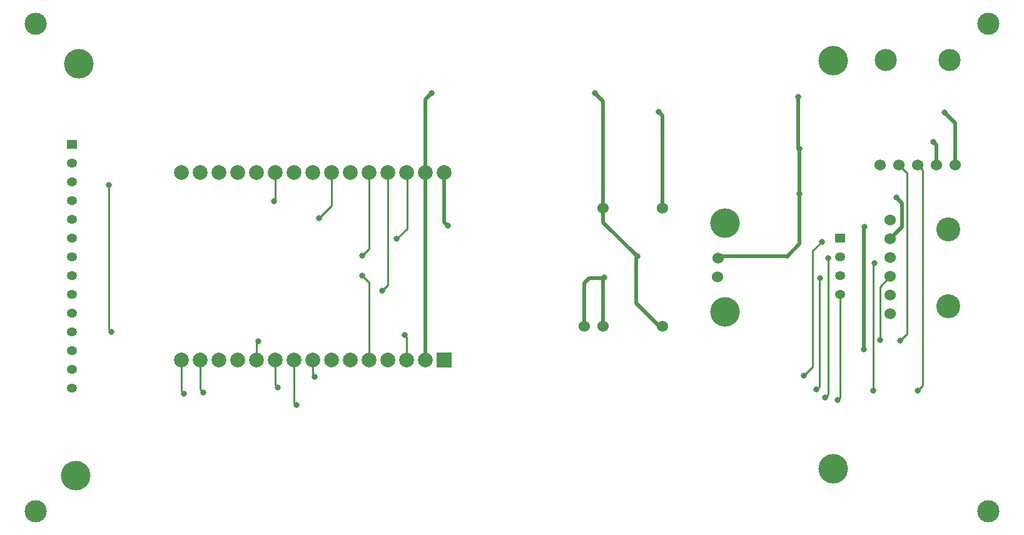
<source format=gbr>
%TF.GenerationSoftware,KiCad,Pcbnew,8.0.2*%
%TF.CreationDate,2024-10-28T21:29:39-07:00*%
%TF.ProjectId,mini_weather_monitor,6d696e69-5f77-4656-9174-6865725f6d6f,rev?*%
%TF.SameCoordinates,Original*%
%TF.FileFunction,Copper,L2,Bot*%
%TF.FilePolarity,Positive*%
%FSLAX46Y46*%
G04 Gerber Fmt 4.6, Leading zero omitted, Abs format (unit mm)*
G04 Created by KiCad (PCBNEW 8.0.2) date 2024-10-28 21:29:39*
%MOMM*%
%LPD*%
G01*
G04 APERTURE LIST*
%TA.AperFunction,WasherPad*%
%ADD10C,3.250000*%
%TD*%
%TA.AperFunction,ComponentPad*%
%ADD11C,1.524000*%
%TD*%
%TA.AperFunction,WasherPad*%
%ADD12C,3.000000*%
%TD*%
%TA.AperFunction,WasherPad*%
%ADD13C,4.000000*%
%TD*%
%TA.AperFunction,ComponentPad*%
%ADD14R,1.400000X1.200000*%
%TD*%
%TA.AperFunction,ComponentPad*%
%ADD15O,1.400000X1.200000*%
%TD*%
%TA.AperFunction,ComponentPad*%
%ADD16R,2.000000X2.000000*%
%TD*%
%TA.AperFunction,ComponentPad*%
%ADD17C,2.000000*%
%TD*%
%TA.AperFunction,ViaPad*%
%ADD18C,0.800000*%
%TD*%
%TA.AperFunction,Conductor*%
%ADD19C,0.508000*%
%TD*%
%TA.AperFunction,Conductor*%
%ADD20C,0.250000*%
%TD*%
%TA.AperFunction,Conductor*%
%ADD21C,0.500000*%
%TD*%
G04 APERTURE END LIST*
D10*
%TO.P,U2_BME280,*%
%TO.N,*%
X192571000Y-94824000D03*
X192571000Y-105238000D03*
D11*
%TO.P,U2_BME280,1,VCC*%
%TO.N,+3V3*%
X184697000Y-93554000D03*
%TO.P,U2_BME280,2,GND*%
%TO.N,GND*%
X184697000Y-96094000D03*
%TO.P,U2_BME280,3,SCL*%
%TO.N,Net-(U2_BME280-SCL)*%
X184697000Y-98634000D03*
%TO.P,U2_BME280,4,SDA*%
%TO.N,Net-(U2_BME280-SDA)*%
X184697000Y-101174000D03*
%TO.P,U2_BME280,5,CSB*%
%TO.N,unconnected-(U2_BME280-CSB-Pad5)*%
X184697000Y-103714000D03*
%TO.P,U2_BME280,6,SDO*%
%TO.N,unconnected-(U2_BME280-SDO-Pad6)*%
X184697000Y-106254000D03*
%TD*%
D12*
%TO.P,H1,*%
%TO.N,*%
X69000000Y-67000000D03*
%TD*%
%TO.P,H2,*%
%TO.N,*%
X198000000Y-67000000D03*
%TD*%
%TO.P,H4,*%
%TO.N,*%
X198000000Y-133000000D03*
%TD*%
%TO.P,U3_BH1750,*%
%TO.N,*%
X184102000Y-71851000D03*
X192738000Y-71851000D03*
D11*
%TO.P,U3_BH1750,1,ADDR*%
%TO.N,unconnected-(U3_BH1750-ADDR-Pad1)*%
X183340000Y-86075000D03*
%TO.P,U3_BH1750,2,SDA*%
%TO.N,Net-(U2_BME280-SDA)*%
X185880000Y-86075000D03*
%TO.P,U3_BH1750,3,SCL*%
%TO.N,Net-(U2_BME280-SCL)*%
X188420000Y-86075000D03*
%TO.P,U3_BH1750,4,GND*%
%TO.N,GND*%
X190960000Y-86075000D03*
%TO.P,U3_BH1750,5,VCC*%
%TO.N,VCC*%
X193500000Y-86075000D03*
%TD*%
D13*
%TO.P,U2,*%
%TO.N,*%
X74410000Y-128150000D03*
X74900000Y-72350000D03*
X176940000Y-71930000D03*
X176940000Y-127250000D03*
D14*
%TO.P,U2,1,VCC*%
%TO.N,VCC*%
X73900000Y-83290000D03*
D15*
%TO.P,U2,2,GND*%
%TO.N,GND*%
X73900000Y-85830000D03*
%TO.P,U2,3,CS*%
%TO.N,Net-(U2-CS)*%
X73900000Y-88370000D03*
%TO.P,U2,4,RESET*%
%TO.N,Net-(U2-RESET)*%
X73900000Y-90910000D03*
%TO.P,U2,5,DC/RS*%
%TO.N,Net-(U2-DC{slash}RS)*%
X73900000Y-93450000D03*
%TO.P,U2,6,SDI_(MOSI)*%
%TO.N,Net-(U2-SDI_(MOSI))*%
X73900000Y-95990000D03*
%TO.P,U2,7,SCK*%
%TO.N,Net-(U2-SCK)*%
X73900000Y-98530000D03*
%TO.P,U2,8,LED*%
%TO.N,Net-(U2-LED)*%
X73900000Y-101070000D03*
%TO.P,U2,9,SDO(MISO)*%
%TO.N,Net-(U2-SDO(MISO))*%
X73900000Y-103610000D03*
%TO.P,U2,10,T_CLK*%
%TO.N,unconnected-(U2-T_CLK-Pad10)*%
X73900000Y-106150000D03*
%TO.P,U2,11,T_CS*%
%TO.N,unconnected-(U2-T_CS-Pad11)*%
X73900000Y-108690000D03*
%TO.P,U2,12,T_DIN*%
%TO.N,unconnected-(U2-T_DIN-Pad12)*%
X73900000Y-111230000D03*
%TO.P,U2,13,T_DO*%
%TO.N,unconnected-(U2-T_DO-Pad13)*%
X73900000Y-113770000D03*
%TO.P,U2,14,T_IRQ*%
%TO.N,unconnected-(U2-T_IRQ-Pad14)*%
X73900000Y-116310000D03*
D14*
%TO.P,U2,15,SD_CS*%
%TO.N,Net-(U2-SD_CS)*%
X177940000Y-95990000D03*
D15*
%TO.P,U2,16,SD_MOSI*%
%TO.N,Net-(U2-SD_MOSI)*%
X177940000Y-98530000D03*
%TO.P,U2,17,SD_MISO*%
%TO.N,Net-(U2-SD_MISO)*%
X177940000Y-101070000D03*
%TO.P,U2,18,SD_SCK*%
%TO.N,Net-(U2-SD_SCK)*%
X177940000Y-103610000D03*
%TD*%
D12*
%TO.P,H3,*%
%TO.N,*%
X69000000Y-133000000D03*
%TD*%
D11*
%TO.P,5V_buck_boost1,1,VOUT-*%
%TO.N,GND*%
X145850000Y-91950000D03*
%TO.P,5V_buck_boost1,2,VOUT+*%
%TO.N,VCC*%
X153850000Y-91950000D03*
%TO.P,5V_buck_boost1,3,EN*%
%TO.N,VCC_PRE*%
X143310000Y-107950000D03*
%TO.P,5V_buck_boost1,4,VIN+*%
X145850000Y-107950000D03*
%TO.P,5V_buck_boost1,5,VIN-*%
%TO.N,GND*%
X153850000Y-107950000D03*
%TD*%
D13*
%TO.P,USB_C_Input1,*%
%TO.N,*%
X162350000Y-106000000D03*
X162350000Y-94000000D03*
D11*
%TO.P,USB_C_Input1,1,VIN+*%
%TO.N,VCC_PRE*%
X161350000Y-101270000D03*
%TO.P,USB_C_Input1,2,VIN-*%
%TO.N,GND*%
X161360000Y-98730000D03*
%TD*%
D16*
%TO.P,U_ESP32_DEVKIT_V1,1,3V3*%
%TO.N,+3V3*%
X124315000Y-112500000D03*
D17*
%TO.P,U_ESP32_DEVKIT_V1,2,GND*%
%TO.N,GND*%
X121775000Y-112500000D03*
%TO.P,U_ESP32_DEVKIT_V1,3,D15*%
%TO.N,Net-(U2-CS)*%
X119235000Y-112500000D03*
%TO.P,U_ESP32_DEVKIT_V1,4,D2*%
%TO.N,Net-(J1-Pin_1)*%
X116695000Y-112500000D03*
%TO.P,U_ESP32_DEVKIT_V1,5,D4*%
%TO.N,Net-(U2-LED)*%
X114155000Y-112500000D03*
%TO.P,U_ESP32_DEVKIT_V1,6,RX2*%
%TO.N,unconnected-(U_ESP32_DEVKIT_V1-RX2-Pad6)*%
X111615000Y-112500000D03*
%TO.P,U_ESP32_DEVKIT_V1,7,TX2*%
%TO.N,unconnected-(U_ESP32_DEVKIT_V1-TX2-Pad7)*%
X109075000Y-112500000D03*
%TO.P,U_ESP32_DEVKIT_V1,8,D5*%
%TO.N,Net-(U2-SD_CS)*%
X106535000Y-112500000D03*
%TO.P,U_ESP32_DEVKIT_V1,9,D18*%
%TO.N,Net-(U2-SD_SCK)*%
X103995000Y-112500000D03*
%TO.P,U_ESP32_DEVKIT_V1,10,D19*%
%TO.N,Net-(U2-SD_MISO)*%
X101455000Y-112500000D03*
%TO.P,U_ESP32_DEVKIT_V1,11,D21*%
%TO.N,Net-(U2_BME280-SDA)*%
X98915000Y-112500000D03*
%TO.P,U_ESP32_DEVKIT_V1,12,RX0*%
%TO.N,unconnected-(U_ESP32_DEVKIT_V1-RX0-Pad12)*%
X96375000Y-112500000D03*
%TO.P,U_ESP32_DEVKIT_V1,13,TX0*%
%TO.N,unconnected-(U_ESP32_DEVKIT_V1-TX0-Pad13)*%
X93835000Y-112500000D03*
%TO.P,U_ESP32_DEVKIT_V1,14,D22*%
%TO.N,Net-(U2_BME280-SCL)*%
X91295000Y-112500000D03*
%TO.P,U_ESP32_DEVKIT_V1,15,D23*%
%TO.N,Net-(U2-SD_MOSI)*%
X88755000Y-112500000D03*
%TO.P,U_ESP32_DEVKIT_V1,16,EN*%
%TO.N,unconnected-(U_ESP32_DEVKIT_V1-EN-Pad16)*%
X88755000Y-87100000D03*
%TO.P,U_ESP32_DEVKIT_V1,17,VP*%
%TO.N,unconnected-(U_ESP32_DEVKIT_V1-VP-Pad17)*%
X91295000Y-87100000D03*
%TO.P,U_ESP32_DEVKIT_V1,18,VN*%
%TO.N,unconnected-(U_ESP32_DEVKIT_V1-VN-Pad18)*%
X93835000Y-87100000D03*
%TO.P,U_ESP32_DEVKIT_V1,19,D34*%
%TO.N,unconnected-(U_ESP32_DEVKIT_V1-D34-Pad19)*%
X96375000Y-87100000D03*
%TO.P,U_ESP32_DEVKIT_V1,20,D35*%
%TO.N,unconnected-(U_ESP32_DEVKIT_V1-D35-Pad20)*%
X98915000Y-87100000D03*
%TO.P,U_ESP32_DEVKIT_V1,21,D32*%
%TO.N,Net-(U2-RESET)*%
X101455000Y-87100000D03*
%TO.P,U_ESP32_DEVKIT_V1,22,D33*%
%TO.N,unconnected-(U_ESP32_DEVKIT_V1-D33-Pad22)*%
X103995000Y-87100000D03*
%TO.P,U_ESP32_DEVKIT_V1,23,D25*%
%TO.N,unconnected-(U_ESP32_DEVKIT_V1-D25-Pad23)*%
X106535000Y-87100000D03*
%TO.P,U_ESP32_DEVKIT_V1,24,D26*%
%TO.N,Net-(U2-DC{slash}RS)*%
X109075000Y-87100000D03*
%TO.P,U_ESP32_DEVKIT_V1,25,D27*%
%TO.N,unconnected-(U_ESP32_DEVKIT_V1-D27-Pad25)*%
X111615000Y-87100000D03*
%TO.P,U_ESP32_DEVKIT_V1,26,D14*%
%TO.N,Net-(U2-SCK)*%
X114155000Y-87100000D03*
%TO.P,U_ESP32_DEVKIT_V1,27,D12*%
%TO.N,Net-(U2-SDO(MISO))*%
X116695000Y-87100000D03*
%TO.P,U_ESP32_DEVKIT_V1,28,D13*%
%TO.N,Net-(U2-SDI_(MOSI))*%
X119235000Y-87100000D03*
%TO.P,U_ESP32_DEVKIT_V1,29,GND*%
%TO.N,GND*%
X121775000Y-87100000D03*
%TO.P,U_ESP32_DEVKIT_V1,30,VIN*%
%TO.N,VCC*%
X124315000Y-87100000D03*
%TD*%
D18*
%TO.N,VCC*%
X192075000Y-79000000D03*
X124800000Y-94350000D03*
X153350000Y-78875000D03*
%TO.N,Net-(U2-DC{slash}RS)*%
X107400000Y-93300000D03*
%TO.N,Net-(U2-SD_MOSI)*%
X89075000Y-117050000D03*
X176300000Y-98700000D03*
X175850000Y-117625500D03*
%TO.N,Net-(U2-SCK)*%
X113200000Y-98400000D03*
%TO.N,Net-(U2-RESET)*%
X101300000Y-91000000D03*
%TO.N,Net-(U2-SD_CS)*%
X173000000Y-114650500D03*
X175425000Y-96475000D03*
X106800000Y-114775500D03*
%TO.N,Net-(U2-SD_SCK)*%
X177575000Y-117925000D03*
X104300000Y-118650000D03*
%TO.N,GND*%
X150500000Y-98500000D03*
X185500000Y-90500000D03*
X144750000Y-76375000D03*
X172400000Y-90025000D03*
X172275000Y-76850000D03*
X122600000Y-76375000D03*
X190500000Y-83000000D03*
X172400000Y-83900000D03*
%TO.N,+3V3*%
X181100000Y-111100000D03*
X181200000Y-94500000D03*
%TO.N,Net-(U2-CS)*%
X118950000Y-109100000D03*
X78900000Y-88800000D03*
X79300000Y-108750000D03*
%TO.N,Net-(U2-SDO(MISO))*%
X115900000Y-103124500D03*
%TO.N,Net-(U2-SDI_(MOSI))*%
X117900000Y-96100000D03*
%TO.N,Net-(U2-SD_MISO)*%
X101800000Y-116225000D03*
X174720180Y-116500500D03*
X175175502Y-101460741D03*
%TO.N,Net-(U2-LED)*%
X113200000Y-101100000D03*
%TO.N,Net-(U2_BME280-SCL)*%
X188400000Y-116700000D03*
X182400000Y-116700000D03*
X91675000Y-116900000D03*
X182599016Y-99399016D03*
%TO.N,Net-(U2_BME280-SDA)*%
X183300000Y-109800000D03*
X186000000Y-109900000D03*
X99200000Y-110000000D03*
%TO.N,VCC_PRE*%
X145975000Y-101375000D03*
%TD*%
D19*
%TO.N,VCC*%
X124800000Y-94350000D02*
X124315000Y-93865000D01*
X193500000Y-86200000D02*
X193500000Y-80425000D01*
X193500000Y-80425000D02*
X192075000Y-79000000D01*
X153850000Y-91950000D02*
X153850000Y-79375000D01*
X153850000Y-79375000D02*
X153350000Y-78875000D01*
X193400000Y-86115000D02*
X193450000Y-86065000D01*
X124315000Y-93865000D02*
X124315000Y-87100000D01*
D20*
%TO.N,Net-(U2-DC{slash}RS)*%
X109100000Y-91600000D02*
X109100000Y-87125000D01*
X109100000Y-87125000D02*
X109075000Y-87100000D01*
X107400000Y-93300000D02*
X109100000Y-91600000D01*
%TO.N,Net-(U2-SD_MOSI)*%
X88755000Y-112500000D02*
X88755000Y-116730000D01*
X176300000Y-117175500D02*
X175850000Y-117625500D01*
X176300000Y-98700000D02*
X176300000Y-117175500D01*
X88755000Y-116730000D02*
X89075000Y-117050000D01*
%TO.N,Net-(U2-SCK)*%
X114155000Y-97445000D02*
X113200000Y-98400000D01*
X114155000Y-87100000D02*
X114155000Y-97445000D01*
%TO.N,Net-(U2-RESET)*%
X101455000Y-90845000D02*
X101300000Y-91000000D01*
X101455000Y-87100000D02*
X101455000Y-90845000D01*
%TO.N,Net-(U2-SD_CS)*%
X175425000Y-96475000D02*
X174175000Y-97725000D01*
X174175000Y-113475500D02*
X173000000Y-114650500D01*
X106535000Y-114510500D02*
X106800000Y-114775500D01*
X174175000Y-97725000D02*
X174175000Y-113475500D01*
X106535000Y-112500000D02*
X106535000Y-114510500D01*
%TO.N,Net-(U2-SD_SCK)*%
X177940000Y-103610000D02*
X177940000Y-117560000D01*
X103995000Y-118345000D02*
X104300000Y-118650000D01*
X103995000Y-112500000D02*
X103995000Y-118345000D01*
X177940000Y-117560000D02*
X177575000Y-117925000D01*
D19*
%TO.N,GND*%
X161590000Y-98500000D02*
X170640000Y-98500000D01*
X150300000Y-98700000D02*
X150300000Y-104850000D01*
X186300000Y-91300000D02*
X185500000Y-90500000D01*
X144750000Y-76375000D02*
X145850000Y-77475000D01*
X172400000Y-83900000D02*
X172400000Y-90025000D01*
X121775000Y-87100000D02*
X121775000Y-77200000D01*
X172275000Y-83775000D02*
X172400000Y-83900000D01*
X184697000Y-96094000D02*
X186300000Y-94491000D01*
X153400000Y-107950000D02*
X153850000Y-107950000D01*
X172400000Y-90025000D02*
X172400000Y-96800000D01*
X121775000Y-112500000D02*
X121775000Y-87100000D01*
X190910000Y-86065000D02*
X190910000Y-83410000D01*
X161360000Y-98730000D02*
X161590000Y-98500000D01*
X150300000Y-104850000D02*
X153400000Y-107950000D01*
X150500000Y-98500000D02*
X150300000Y-98700000D01*
X186300000Y-94491000D02*
X186300000Y-91300000D01*
X170640000Y-98500000D02*
X170670000Y-98530000D01*
X172400000Y-96800000D02*
X170670000Y-98530000D01*
X190910000Y-83410000D02*
X190500000Y-83000000D01*
X172275000Y-76850000D02*
X172275000Y-83775000D01*
X150500000Y-98500000D02*
X145850000Y-93850000D01*
X121775000Y-77200000D02*
X122600000Y-76375000D01*
X145850000Y-93850000D02*
X145850000Y-91950000D01*
X145850000Y-77475000D02*
X145850000Y-91950000D01*
%TO.N,+3V3*%
X181100000Y-111100000D02*
X181100000Y-94600000D01*
X181100000Y-94600000D02*
X181200000Y-94500000D01*
D20*
%TO.N,Net-(U2-CS)*%
X78900000Y-108350000D02*
X79300000Y-108750000D01*
X119235000Y-109385000D02*
X118950000Y-109100000D01*
X119235000Y-112500000D02*
X119235000Y-109385000D01*
X78900000Y-88800000D02*
X78900000Y-108350000D01*
%TO.N,Net-(U2-SDO(MISO))*%
X116695000Y-102329500D02*
X115900000Y-103124500D01*
X116695000Y-87100000D02*
X116695000Y-102329500D01*
%TO.N,Net-(U2-SDI_(MOSI))*%
X119300000Y-87165000D02*
X119235000Y-87100000D01*
X117900000Y-96100000D02*
X119300000Y-94700000D01*
X119300000Y-94700000D02*
X119300000Y-87165000D01*
%TO.N,Net-(U2-SD_MISO)*%
X175175502Y-101460741D02*
X175100000Y-101536243D01*
X101455000Y-112500000D02*
X101455000Y-115880000D01*
X175100000Y-101536243D02*
X175100000Y-116120680D01*
X101455000Y-115880000D02*
X101800000Y-116225000D01*
X175100000Y-116120680D02*
X174720180Y-116500500D01*
%TO.N,Net-(U2-LED)*%
X113200000Y-101100000D02*
X114155000Y-102055000D01*
X114155000Y-102055000D02*
X114155000Y-112500000D01*
%TO.N,Net-(U2_BME280-SCL)*%
X188370000Y-86065000D02*
X189100000Y-86795000D01*
X91295000Y-112500000D02*
X91295000Y-116520000D01*
X182400000Y-99598032D02*
X182599016Y-99399016D01*
X182400000Y-116700000D02*
X182400000Y-99598032D01*
X189100000Y-116000000D02*
X188400000Y-116700000D01*
X189100000Y-86795000D02*
X189100000Y-116000000D01*
X91295000Y-116520000D02*
X91675000Y-116900000D01*
%TO.N,Net-(U2_BME280-SDA)*%
X186975000Y-87210000D02*
X186975000Y-108925000D01*
X98915000Y-110285000D02*
X99200000Y-110000000D01*
X183300000Y-109800000D02*
X183300000Y-102571000D01*
X183300000Y-102571000D02*
X184697000Y-101174000D01*
X186975000Y-108925000D02*
X186000000Y-109900000D01*
X185830000Y-86065000D02*
X186975000Y-87210000D01*
X98915000Y-112500000D02*
X98915000Y-110285000D01*
D19*
%TO.N,VCC_PRE*%
X145850000Y-101500000D02*
X145850000Y-107950000D01*
D21*
X143950000Y-101450000D02*
X143310000Y-102090000D01*
X145900000Y-101450000D02*
X143950000Y-101450000D01*
D19*
X145975000Y-101375000D02*
X145850000Y-101500000D01*
D21*
X145975000Y-101375000D02*
X145900000Y-101450000D01*
X143310000Y-102090000D02*
X143310000Y-107950000D01*
%TD*%
M02*

</source>
